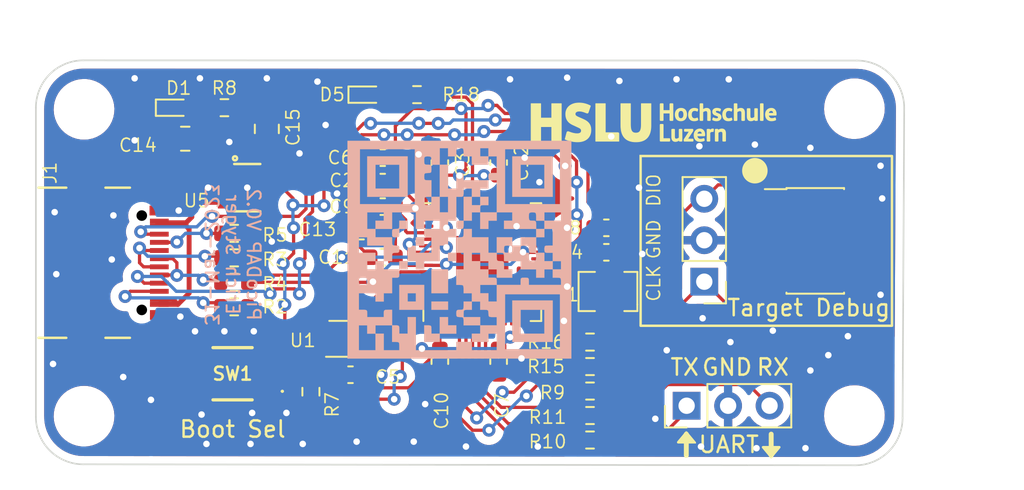
<source format=kicad_pcb>
(kicad_pcb (version 20211014) (generator pcbnew)
  (layers (0 "F.Cu" signal) (31 "B.Cu" signal) (34 "B.Paste" user) (35 "F.Paste" user) (36 "B.SilkS" user "B.Silkscreen") (37 "F.SilkS" user "F.Silkscreen") (38 "B.Mask" user) (39 "F.Mask" user) (44 "Edge.Cuts" user))
  (net 0 "")
  (net 1 "Reset")
  (net 2 "GND")
  (net 3 "+3.3V")
  (net 4 "Net-(C11-Pad1)")
  (net 5 "Net-(D1-Pad2)")
  (net 6 "Net-(D5-Pad2)")
  (net 7 "Net-(J5-Pad1)")
  (net 8 "Net-(J5-Pad3)")
  (net 9 "Net-(J6-Pad1)")
  (net 10 "Net-(J6-Pad3)")
  (net 11 "Net-(J1-PadB5)")
  (net 12 "Net-(J1-PadA7)")
  (net 13 "Net-(R3-Pad2)")
  (net 14 "Net-(J1-PadA6)")
  (net 15 "Net-(R4-Pad2)")
  (net 16 "Net-(J1-PadA5)")
  (net 17 "Net-(R7-Pad1)")
  (net 18 "Net-(R7-Pad2)")
  (net 19 "TGT_TX")
  (net 20 "TGT_RX")
  (net 21 "TGT_SWCLK")
  (net 22 "TGT_SWDIO")
  (net 23 "LED")
  (net 27 "TGT_RESET")
  (net 28 "+5V")
  (net 30 "SWD_DIO")
  (net 31 "SWD_CLK")
  (net 32 "unconnected-(J1-PadS1)")
  (net 33 "Net-(R9-Pad2)")
  (net 34 "Net-(RP2040-Pad51)")
  (net 35 "Net-(RP2040-Pad52)")
  (net 36 "Net-(RP2040-Pad53)")
  (net 37 "Net-(RP2040-Pad54)")
  (net 39 "Net-(RP2040-Pad55)")
  (net 52 "Net-(RP2040-Pad20)")
  (net 53 "Net-(RP2040-Pad21)")
  (footprint "McuOnEclipse:USB_C_Receptacle_GCT_USB4110-GF-A" (layer "F.Cu") (at 90.5125 122.1 -90)
    (fp_text reference "J1")
    (fp_text value "USB_C_Receptacle_GCT_USB4110-GF-A")
  )
  (footprint "Resistor_SMD:R_0603_1608Metric" (layer "F.Cu") (at 98.8 123.3)
    (fp_text reference "R4")
    (fp_text value "27")
  )
  (footprint "Capacitor_SMD:C_0603_1608Metric" (layer "F.Cu") (at 107.900156 118.660476 180)
    (fp_text reference "C9")
    (fp_text value "2u2")
  )
  (footprint "Capacitor_SMD:C_0603_1608Metric" (layer "F.Cu") (at 105.925156 128.960476)
    (fp_text reference "C5")
    (fp_text value "0.1u")
  )
  (footprint "McuOnEclipse:C_0805" (layer "F.Cu") (at 100.8 113.9 90)
    (fp_text reference "C15")
    (fp_text value "22u")
  )
  (footprint "Capacitor_SMD:C_0603_1608Metric" (layer "F.Cu") (at 111.400156 128.160476 -90)
    (fp_text reference "C10")
    (fp_text value "0.1u")
  )
  (footprint "Resistor_SMD:R_0603_1608Metric" (layer "F.Cu") (at 110.000156 111.8 180)
    (fp_text reference "R18")
    (fp_text value "2k2")
  )
  (footprint "Fiducial:Fiducial_1mm_Mask2mm" (layer "F.Cu") (at 138.400156 127.460476)
    (fp_text reference "FID3" hide)
    (fp_text value "Fiducial")
  )
  (footprint "Resistor_SMD:R_0603_1608Metric" (layer "F.Cu") (at 120.600156 128.460476)
    (fp_text reference "R15")
    (fp_text value "100")
  )
  (footprint "McuOnEclipse:LED_0603" (layer "F.Cu") (at 107.100156 111.8)
    (fp_text reference "D5")
    (fp_text value "green")
  )
  (footprint "Connector_PinHeader_2.54mm:PinHeader_1x03_P2.54mm_Vertical" (layer "F.Cu") (at 126.520156 130.860476 90)
    (fp_text reference "J6" hide)
    (fp_text value "Conn_01x03")
  )
  (footprint "McuOnEclipse:Hochschule_Luzern_New" (layer "F.Cu") (at 121.090186 112.335532)
    (fp_text reference "H1" hide)
    (fp_text value "Logo HSLU" hide)
  )
  (footprint "McuOnEclipse:LED_0603" (layer "F.Cu") (at 95.3 112.6)
    (fp_text reference "D1")
    (fp_text value "red")
  )
  (footprint "Capacitor_SMD:C_0603_1608Metric" (layer "F.Cu") (at 121.600156 121.460476)
    (fp_text reference "C4")
    (fp_text value "0.1u")
  )
  (footprint "Resistor_SMD:R_0603_1608Metric" (layer "F.Cu") (at 120.600156 132.960476)
    (fp_text reference "R10")
    (fp_text value "100")
  )
  (footprint "Resistor_SMD:R_0603_1608Metric" (layer "F.Cu") (at 98.8 124.8 180)
    (fp_text reference "R2")
    (fp_text value "5k1")
  )
  (footprint "Connector_PinHeader_2.54mm:PinHeader_1x03_P2.54mm_Vertical" (layer "F.Cu") (at 127.600156 123.260476 180)
    (fp_text reference "J5" hide)
    (fp_text value "Conn_01x03")
  )
  (footprint "Capacitor_SMD:C_0603_1608Metric" (layer "F.Cu") (at 115.000156 115.960476 90)
    (fp_text reference "C12")
    (fp_text value "0.1u")
  )
  (footprint "Capacitor_SMD:C_0603_1608Metric" (layer "F.Cu") (at 107.900156 117.160476 180)
    (fp_text reference "C2")
    (fp_text value "2u2")
  )
  (footprint "Resistor_SMD:R_0603_1608Metric" (layer "F.Cu") (at 103.5 130 -90)
    (fp_text reference "R7")
    (fp_text value "2.2k")
  )
  (footprint "Capacitor_SMD:C_0603_1608Metric" (layer "F.Cu") (at 121.600156 119.960476)
    (fp_text reference "C8")
    (fp_text value "0.1u")
  )
  (footprint "McuOnEclipse:USON_2x3x0.6mm" (layer "F.Cu") (at 105.925156 126.760476 180)
    (fp_text reference "U1")
    (fp_text value "W25Q16JV" hide)
  )
  (footprint "MountingHole:MountingHole_2.7mm_M2.5" (layer "F.Cu") (at 89.6 112.7)
    (fp_text reference "H6" hide)
    (fp_text value "MountingHole")
  )
  (footprint "Resistor_SMD:R_0603_1608Metric" (layer "F.Cu") (at 120.600156 126.960476)
    (fp_text reference "R16")
    (fp_text value "100")
  )
  (footprint "Resistor_SMD:R_0603_1608Metric" (layer "F.Cu") (at 98.8 120.3 180)
    (fp_text reference "R5")
    (fp_text value "5k1")
  )
  (footprint "MountingHole:MountingHole_2.7mm_M2.5" (layer "F.Cu") (at 136.800156 112.660476)
    (fp_text reference "H5" hide)
    (fp_text value "MountingHole")
  )
  (footprint "Resistor_SMD:R_0603_1608Metric" (layer "F.Cu") (at 98.8 121.8)
    (fp_text reference "R3")
    (fp_text value "27")
  )
  (footprint "Capacitor_SMD:C_0603_1608Metric" (layer "F.Cu") (at 111.400156 115.960476 90)
    (fp_text reference "C3")
    (fp_text value "0.1u")
  )
  (footprint "MountingHole:MountingHole_2.7mm_M2.5" (layer "F.Cu") (at 136.800156 131.460476)
    (fp_text reference "H3" hide)
    (fp_text value "MountingHole")
  )
  (footprint "Capacitor_SMD:C_0603_1608Metric" (layer "F.Cu") (at 107.900156 115.660476 180)
    (fp_text reference "C6")
    (fp_text value "0.1u")
  )
  (footprint "Capacitor_SMD:C_0603_1608Metric" (layer "F.Cu") (at 106.600156 120.160476 180)
    (fp_text reference "C13")
    (fp_text value "0.1u")
  )
  (footprint "McuOnEclipse:SWD_Pin_Header_Straight_2x05_Pitch1.27mm_SMD" (layer "F.Cu") (at 134.400156 120.760476)
    (fp_text reference "U3" hide)
    (fp_text value "SWD_JTAG_10pin")
  )
  (footprint "McuOnEclipse:QFN-56-1EP_7x7mm_P0.4mm_EP3.2x3.2mm" (layer "F.Cu") (at 114.000156 122.060476 90)
    (fp_text reference "RP2040" hide)
    (fp_text value "RP2040")
  )
  (footprint "McuOnEclipse:C_0805" (layer "F.Cu") (at 95.8 114.5 180)
    (fp_text reference "C14")
    (fp_text value "22u")
  )
  (footprint "Fiducial:Fiducial_1mm_Mask2mm" (layer "F.Cu") (at 93.7 132.7)
    (fp_text reference "FID2" hide)
    (fp_text value "Fiducial")
  )
  (footprint "Fiducial:Fiducial_1mm_Mask2mm" (layer "F.Cu") (at 132.7 111.5)
    (fp_text reference "FID1" hide)
    (fp_text value "Fiducial")
  )
  (footprint "McuOnEclipse:434123025826_BTN" (layer "F.Cu") (at 98.7 128.9 180)
    (fp_text reference "SW1")
    (fp_text value "434123025826_BTN" hide)
  )
  (footprint "Resistor_SMD:R_0603_1608Metric" (layer "F.Cu") (at 98.2 112.6 180)
    (fp_text reference "R8")
    (fp_text value "2k2")
  )
  (footprint "McuOnEclipse:Resonator_SMD_Murata_CSTxExxV-3Pin_3.0x1.1mm" (layer "F.Cu") (at 121.700156 123.860476)
    (fp_text reference "Y1")
    (fp_text value "CSTNE12M0GH5L000R0")
  )
  (footprint "Capacitor_SMD:C_0603_1608Metric" (layer "F.Cu") (at 107.900156 121.760476 180)
    (fp_text reference "C11")
    (fp_text value "0.1u")
  )
  (footprint "MountingHole:MountingHole_2.7mm_M2.5" (layer "F.Cu") (at 89.6 131.5)
    (fp_text reference "H4" hide)
    (fp_text value "MountingHole")
  )
  (footprint "Resistor_SMD:R_0603_1608Metric" (layer "F.Cu") (at 120.600156 131.460476)
    (fp_text reference "R11")
    (fp_text value "100")
  )
  (footprint "McuOnEclipse:IC-SOT25" (layer "F.Cu") (at 99.6 117.5 -90)
    (fp_text reference "U5")
    (fp_text value "AP2112K-3.3" hide)
  )
  (footprint "Capacitor_SMD:C_0603_1608Metric" (layer "F.Cu") (at 115.000156 128.160476 -90)
    (fp_text reference "C7")
    (fp_text value "0.1u")
  )
  (footprint "Resistor_SMD:R_0603_1608Metric" (layer "F.Cu") (at 120.600156 129.960476)
    (fp_text reference "R9")
    (fp_text value "100")
  )
  (footprint "McuOnEclipse:QR_McuOnEclipse_Silkscreen" (layer "B.Cu") (at 112.6 121.3 180)
    (fp_text reference "H2" hide)
    (fp_text value "QR" hide)
  )
  (gr_rect (start 123.700156 115.560476) (end 139.100156 125.960476) (layer "F.SilkS") (width 0.15) (fill none))
  (gr_poly (pts (xy 131.2 133.4) (xy 132.2 133.4) (xy 131.7 134)) (layer "F.SilkS") (width 0.15) (fill solid))
  (gr_poly (pts (xy 127 133.1) (xy 126 133.1) (xy 126.5 132.5)) (layer "F.SilkS") (width 0.15) (fill solid))
  (gr_line (start 126.5 133.9) (end 126.5 132.6) (layer "F.SilkS") (width 0.3))
  (gr_line (start 131.7 132.6) (end 131.7 133.9) (layer "F.SilkS") (width 0.3))
  (gr_line (start 86.65061 112.6) (end 86.65061 131.549387) (layer "Edge.Cuts") (width 0.1))
  (gr_arc (start 89.55061 134.449387) (mid 87.499997 133.6) (end 86.65061 131.549387) (layer "Edge.Cuts") (width 0.1))
  (gr_line (start 89.55061 134.449387) (end 136.849543 134.509863) (layer "Edge.Cuts") (width 0.1))
  (gr_arc (start 136.949543 109.711089) (mid 139.000156 110.560476) (end 139.849543 112.611089) (layer "Edge.Cuts") (width 0.1))
  (gr_line (start 139.849543 112.611089) (end 139.749543 131.609863) (layer "Edge.Cuts") (width 0.1))
  (gr_arc (start 86.65061 112.6) (mid 87.499997 110.549387) (end 89.55061 109.7) (layer "Edge.Cuts") (width 0.1))
  (gr_line (start 89.55061 109.7) (end 136.949543 109.711089) (layer "Edge.Cuts") (width 0.1))
  (gr_arc (start 139.749543 131.609863) (mid 138.900156 133.660476) (end 136.849543 134.509863) (layer "Edge.Cuts") (width 0.1))
  (gr_text "PicoDAP V0.2\nErich Styger\n31-Mar-2023" (at 98.7 121.6 -90) (layer "B.SilkS") (effects (font (size 0.8 0.8) (thickness 0.12)) (justify mirror)))
  (gr_text "CLK" (at 124.5 123.360476 90) (layer "F.SilkS") (effects (font (size 0.8 0.8) (thickness 0.1))))
  (gr_text "Boot Sel" (at 98.7 132.3) (layer "F.SilkS") (effects (font (size 1 1))))
  (gr_text "TX" (at 126.4 128.5) (layer "F.SilkS") (effects (font (size 1 1))))
  (gr_text "DIO" (at 124.5 117.660476 90) (layer "F.SilkS") (effects (font (size 0.8 0.8) (thickness 0.1))))
  (gr_text "GND" (at 124.5 120.660476 90) (layer "F.SilkS") (effects (font (size 0.8 0.8) (thickness 0.1))))
  (gr_text "GND" (at 129 128.5) (layer "F.SilkS") (effects (font (size 1 1))))
  (gr_text "RX" (at 131.8 128.5) (layer "F.SilkS") (effects (font (size 1 1))))
  (gr_text "UART" (at 129.099844 133.239524) (layer "F.SilkS") (effects (font (size 1 1))))
  (segment (start 118.700156 123.060476) (end 119.200156 123.560476) (width 0.2) (layer "F.Cu") (net 2))
  (segment (start 95.25 125.15) (end 95.5 125.4) (width 0.3) (layer "F.Cu") (net 2))
  (segment (start 117.437656 123.060476) (end 118.700156 123.060476) (width 0.2) (layer "F.Cu") (net 2))
  (segment (start 115.425156 128.935476) (end 116.400156 127.960476) (width 0.2) (layer "F.Cu") (net 2))
  (segment (start 98.4 117.5) (end 97.2 117.5) (width 0.2) (layer "F.Cu") (net 2))
  (segment (start 110.424656 115.185476) (end 110.375156 115.185476) (width 0.2) (layer "F.Cu") (net 2))
  (segment (start 94.2125 125.15) (end 95.25 125.15) (width 0.3) (layer "F.Cu") (net 2))
  (segment (start 105.825156 120.460476) (end 107.125156 121.760476) (width 0.2) (layer "F.Cu") (net 2))
  (segment (start 106.575156 126.010476) (end 106.550156 126.035476) (width 0.25) (layer "F.Cu") (net 2))
  (segment (start 132.410156 120.720476) (end 132.450156 120.760476) (width 0.2) (layer "F.Cu") (net 2))
  (segment (start 94.1875 118.75) (end 95.25 118.75) (width 0.3) (layer "F.Cu") (net 2))
  (segment (start 106.550156 128.810476) (end 106.700156 128.960476) (width 0.25) (layer "F.Cu") (net 2))
  (segment (start 106.550156 126.035476) (end 106.550156 128.810476) (width 0.25) (layer "F.Cu") (net 2))
  (segment (start 95.25 118.75) (end 95.4 118.9) (width 0.3) (layer "F.Cu") (net 2))
  (segment (start 95.25 119.05) (end 95.4 118.9) (width 0.3) (layer "F.Cu") (net 2))
  (segment (start 95.45 125.45) (end 95.5 125.4) (width 0.3) (layer "F.Cu") (net 2))
  (segment (start 94.1875 119.05) (end 95.25 119.05) (width 0.3) (layer "F.Cu") (net 2))
  (segment (start 107.325156 126.010476) (end 106.575156 126.010476) (width 0.25) (layer "F.Cu") (net 2))
  (segment (start 111.400156 115.185476) (end 110.424656 115.185476) (width 0.2) (layer "F.Cu") (net 2))
  (segment (start 105.825156 120.160476) (end 105.825156 120.460476) (width 0.2) (layer "F.Cu") (net 2))
  (segment (start 98.4 117.5) (end 99.6 117.5) (width 0.2) (layer "F.Cu") (net 2))
  (segment (start 115.000156 128.935476) (end 115.425156 128.935476) (width 0.2) (layer "F.Cu") (net 2))
  (segment (start 94.2125 125.45) (end 95.45 125.45) (width 0.3) (layer "F.Cu") (net 2))
  (segment (start 127.600156 120.720476) (end 132.410156 120.720476) (width 0.2) (layer "F.Cu") (net 2))
  (segment (start 106.700156 128.960476) (end 107.800156 128.960476) (width 0.25) (layer "F.Cu") (net 2))
  (segment (start 110.375156 115.185476) (end 110.100156 115.460476) (width 0.2) (layer "F.Cu") (net 2))
  (via (at 96.8 131.4) (size 0.8) (drill 0.4) (layers "F.Cu" "B.Cu") (net 2))
  (via (at 99.6 117.5) (size 0.8) (drill 0.4) (layers "F.Cu" "B.Cu") (net 2))
  (via (at 96.7 110.8) (size 0.8) (drill 0.4) (layers "F.Cu" "B.Cu") (net 2))
  (via (at 119.200156 123.560476) (size 0.8) (drill 0.4) (layers "F.Cu" "B.Cu") (net 2))
  (via (at 100 126.3) (size 0.8) (drill 0.4) (layers "F.Cu" "B.Cu") (net 2))
  (via (at 122.400156 110.960476) (size 0.8) (drill 0.4) (layers "F.Cu" "B.Cu") (net 2))
  (via (at 127.400156 133.360476) (size 0.8) (drill 0.4) (layers "F.Cu" "B.Cu") (net 2))
  (via (at 93.7 130.5) (size 0.8) (drill 0.4) (layers "F.Cu" "B.Cu") (net 2))
  (via (at 95.5 125.4) (size 0.8) (drill 0.4) (layers "F.Cu" "B.Cu") (net 2))
  (via (at 134.100156 115.060476) (size 0.8) (drill 0.4) (layers "F.Cu" "B.Cu") (net 2))
  (via (at 113.000156 133.360476) (size 0.8) (drill 0.4) (layers "F.Cu" "B.Cu") (net 2))
  (via (at 101.1 120.8) (size 0.8) (drill 0.4) (layers "F.Cu" "B.Cu") (net 2))
  (via (at 91.3 121.9) (size 0.8) (drill 0.4) (layers "F.Cu" "B.Cu") (net 2))
  (via (at 130.700156 114.860476) (size 0.8) (drill 0.4) (layers "F.Cu" "B.Cu") (net 2))
  (via (at 110.500156 130.760476) (size 0.8) (drill 0.4) (layers "F.Cu" "B.Cu") (net 2))
  (via (at 105.100156 117.860476) (size 0.8) (drill 0.4) (layers "F.Cu" "B.Cu") (net 2))
  (via (at 87.9 122.8) (size 0.8) (drill 0.4) (layers "F.Cu" "B.Cu") (net 2))
  (via (at 124.600156 131.660476) (size 0.8) (drill 0.4) (layers "F.Cu" "B.Cu") (net 2))
  (via (at 87.8 119) (size 0.8) (drill 0.4) (layers "F.Cu" "B.Cu") (net 2))
  (via (at 134.1 128.7) (size 0.8) (drill 0.4) (layers "F.Cu" "B.Cu") (net 2))
  (via (at 98.5 114.7) (size 0.8) (drill 0.4) (layers "F.Cu" "B.Cu") (net 2))
  (via (at 87.7 128.3) (size 0.8) (drill 0.4) (layers "F.Cu" "B.Cu") (net 2))
  (via (at 110.100156 115.460476) (size 0.8) (drill 0.4) (layers "F.Cu" "B.Cu") (net 2))
  (via (at 92.7 110.8) (size 0.8) (drill 0.4) (layers "F.Cu" "B.Cu") (net 2))
  (via (at 116.400156 127.960476) (size 0.8) (drill 0.4) (layers "F.Cu" "B.Cu") (net 2))
  (via (at 129.100156 110.860476) (size 0.8) (drill 0.4) (layers "F.Cu" "B.Cu") (net 2))
  (via (at 102 131.3) (size 0.8) (drill 0.4) (layers "F.Cu" "B.Cu") (net 2))
  (via (at 119.200156 110.760476) (size 0.8) (drill 0.4) (layers "F.Cu" "B.Cu") (net 2))
  (via (at 107.800156 128.960476) (size 0.8) (drill 0.4) (layers "F.Cu" "B.Cu") (net 2))
  (via (at 129.200156 126.960476) (size 0.8) (drill 0.4) (layers "F.Cu" "B.Cu") (net 2))
  (via (at 125.300156 127.460476) (size 0.8) (drill 0.4) (layers "F.Cu" "B.Cu") (net 2))
  (via (at 138.400156 124.060476) (size 0.8) (drill 0.4) (layers "F.Cu" "B.Cu") (net 2))
  (via (at 133.800156 133.460476) (size 0.8) (drill 0.4) (layers "F.Cu" "B.Cu") (net 2))
  (via (at 91.4 119.2) (size 0.8) (drill 0.4) (layers "F.Cu" "B.Cu") (net 2))
  (via (at 100.8 110.8) (size 0.8) (drill 0.4) (layers "F.Cu" "B.Cu") (net 2))
  (via (at 103 133.2) (size 0.8) (drill 0.4) (layers "F.Cu" "B.Cu") (net 2))
  (via (at 127.5 125.5) (size 0.8) (drill 0.4) (layers "F.Cu" "B.Cu") (net 2))
  (via (at 99.8 133.2) (size 0.8) (drill 0.4) (layers "F.Cu" "B.Cu") (net 2))
  (via (at 109.800156 133.060476) (size 0.8) (drill 0.4) (layers "F.Cu" "B.Cu") (net 2))
  (via (at 106.300156 133.060476) (size 0.8) (drill 0.4) (layers "F.Cu" "B.Cu") (net 2))
  (via (at 123.6 117.5) (size 0.8) (drill 0.4) (layers "F.Cu" "B.Cu") (net 2))
  (via (at 131.800156 126.260476) (size 0.8) (drill 0.4) (layers "F.Cu" "B.Cu") (net 2))
  (via (at 119.000156 125.660476) (size 0.8) (drill 0.4) (layers "F.Cu" "B.Cu") (net 2))
  (via (at 123.800156 121.560476) (size 0.8) (drill 0.4) (layers "F.Cu" "B.Cu") (net 2))
  (via (at 99.9 131.3) (size 0.8) (drill 0.4) (layers "F.Cu" "B.Cu") (net 2))
  (via (at 117.400156 133.360476) (size 0.8) (drill 0.4) (layers "F.Cu" "B.Cu") (net 2))
  (via (at 102.8 115.4) (size 0.8) (drill 0.4) (layers "F.Cu" "B.Cu") (net 2))
  (via (at 98.2 126.3) (size 0.8) (drill 0.4) (layers "F.Cu" "B.Cu") (net 2))
  (via (at 138.400156 116.160476) (size 0.8) (drill 0.4) (layers "F.Cu" "B.Cu") (net 2))
  (via (at 117.500156 117.160476) (size 0.8) (drill 0.4) (layers "F.Cu" "B.Cu") (net 2))
  (via (at 127.300156 114.960476) (size 0.8) (drill 0.4) (layers "F.Cu" "B.Cu") (net 2))
  (via (at 116.600156 115.660476) (size 0.8) (drill 0.4) (layers "F.Cu" "B.Cu") (net 2))
  (via (at 97.2 117.5) (size 0.8) (drill 0.4) (layers "F.Cu" "B.Cu") (net 2))
  (via (at 125.900156 110.860476) (size 0.8) (drill 0.4) (layers "F.Cu" "B.Cu") (net 2))
  (via (at 116.100156 119.860476) (size 0.8) (drill 0.4) (layers "F.Cu" "B.Cu") (net 2))
  (via (at 97.1 133.2) (size 0.8) (drill 0.4) (layers "F.Cu" "B.Cu") (net 2))
  (via (at 104.400156 113.660476) (size 0.8) (drill 0.4) (layers "F.Cu" "B.Cu") (net 2))
  (via (at 92.7 114.6) (size 0.8) (drill 0.4) (layers "F.Cu" "B.Cu") (net 2))
  (via (at 121.900156 114.360476) (size 0.8) (drill 0.4) (layers "F.Cu" "B.Cu") (net 2))
  (via (at 115.700156 110.860476) (size 0.8) (drill 0.4) (layers "F.Cu" "B.Cu") (net 2))
  (via (at 138.500156 118.160476) (size 0.8) (drill 0.4) (layers "F.Cu" "B.Cu") (net 2))
  (via (at 96.4 126.3) (size 0.8) (drill 0.4) (layers "F.Cu" "B.Cu") (net 2))
  (via (at 95.4 118.9) (size 0.8) (drill 0.4) (layers "F.Cu" "B.Cu") (net 2))
  (via (at 136.4 126.6) (size 0.8) (drill 0.4) (layers "F.Cu" "B.Cu") (net 2))
  (via (at 135.200156 127.760476) (size 0.8) (drill 0.4) (layers "F.Cu" "B.Cu") (net 2))
  (via (at 92 129.1) (size 0.8) (drill 0.4) (layers "F.Cu" "B.Cu") (net 2))
  (via (at 103.9 111) (size 0.8) (drill 0.4) (layers "F.Cu" "B.Cu") (net 2))
  (via (at 130.800156 133.460476) (size 0.8) (drill 0.4) (layers "F.Cu" "B.Cu") (net 2))
  (segment (start 108.675156 115.660476) (end 108.675156 113.724844) (width 0.2) (layer "F.Cu") (net 3))
  (segment (start 114.352466 112.459984) (end 114.902617 112.459984) (width 0.2) (layer "F.Cu") (net 3))
  (segment (start 117.416612 112.951558) (end 120.475656 116.010601) (width 0.2) (layer "F.Cu") (net 3))
  (segment (start 110.100156 128.685476) (end 111.400156 127.385476) (width 0.2) (layer "F.Cu") (net 3))
  (segment (start 113.000156 116.360476) (end 112.600156 116.760476) (width 0.2) (layer "F.Cu") (net 3))
  (segment (start 109.900156 118.385476) (end 108.675156 117.160476) (width 0.2) (layer "F.Cu") (net 3))
  (segment (start 102.439136 119.956997) (end 102.439136 121.521869) (width 0.2) (layer "F.Cu") (net 3))
  (segment (start 101.900156 125.860476) (end 101.900156 124.659476) (width 0.2) (layer "F.Cu") (net 3))
  (segment (start 121.625156 120.660476) (end 120.825156 121.460476) (width 0.2) (layer "F.Cu") (net 3))
  (segment (start 113.000156 112.951558) (end 112.700656 112.652058) (width 0.2) (layer "F.Cu") (net 3))
  (segment (start 115.000156 125.497976) (end 115.000156 127.385476) (width 0.2) (layer "F.Cu") (net 3))
  (segment (start 121.625156 119.525156) (end 121.625156 120.660476) (width 0.2) (layer "F.Cu") (net 3))
  (segment (start 108.675156 115.660476) (end 108.342618 115.660476) (width 0.2) (layer "F.Cu") (net 3))
  (segment (start 109.900156 118.760476) (end 109.900156 118.385476) (width 0.2) (layer "F.Cu") (net 3))
  (segment (start 115.700156 126.685476) (end 115.000156 127.385476) (width 0.2) (layer "F.Cu") (net 3))
  (segment (start 107.900156 117.935476) (end 107.900156 119.635476) (width 0.2) (layer "F.Cu") (net 3))
  (segment (start 104.2995 117.26867) (end 104.2995 118.6) (width 0.2) (layer "F.Cu") (net 3))
  (segment (start 113.000156 113.970526) (end 113.000156 116.360476) (width 0.2) (layer "F.Cu") (net 3))
  (segment (start 108.675156 115.660476) (end 108.675156 117.160476) (width 0.2) (layer "F.Cu") (net 3))
  (segment (start 109.500156 120.99288) (end 109.527191 120.965845) (width 0.2) (layer "F.Cu") (net 3))
  (segment (start 104.525156 127.510476) (end 104.525156 128.335476) (width 0.2) (layer "F.Cu") (net 3))
  (segment (start 111.400156 116.735476) (end 112.575156 116.735476) (width 0.2) (layer "F.Cu") (net 3))
  (segment (start 110.562656 119.460476) (end 110.562656 117.122976) (width 0.2) (layer "F.Cu") (net 3))
  (segment (start 114.902617 112.459984) (end 115.394191 112.951558) (width 0.2) (layer "F.Cu") (net 3))
  (segment (start 103.550156 127.510476) (end 101.900156 125.860476) (width 0.2) (layer "F.Cu") (net 3))
  (segment (start 114.975156 116.760476) (end 115.000156 116.735476) (width 0.2) (layer "F.Cu") (net 3))
  (segment (start 109.900156 118.760476) (end 109.900156 119.460476) (width 0.2) (layer "F.Cu") (net 3))
  (segment (start 109.600156 121.460476) (end 109.500156 121.360476) (width 0.2) (layer "F.Cu") (net 3))
  (segment (start 106.682694 114.885476) (end 104.2995 117.26867) (width 0.2) (layer "F.Cu") (net 3))
  (segment (start 109.747942 112.652058) (end 112.700656 112.652058) (width 0.2) (layer "F.Cu") (net 3))
  (segment (start 120.425156 121.860476) (end 120.825156 121.460476) (width 0.2) (layer "F.Cu") (net 3))
  (segment (start 107.900156 119.635476) (end 107.375156 120.160476) (width 0.2) (layer "F.Cu") (net 3))
  (segment (start 110.562656 119.860476) (end 109.900156 119.860476) (width 0.2) (layer "F.Cu") (net 3))
  (segment (start 110.100156 129.160476) (end 110.100156 128.685476) (width 0.2) (layer "F.Cu") (net 3))
  (segment (start 109.500156 121.360476) (end 109.500156 120.99288) (width 0.2) (layer "F.Cu") (net 3))
  (segment (start 102.4 118.15) (end 102.4 118.557997) (width 0.2) (layer "F.Cu") (net 3))
  (segment (start 117.437656 121.860476) (end 120.425156 121.860476) (width 0.2) (layer "F.Cu") (net 3))
  (segment (start 108.675156 117.160476) (end 107.900156 117.935476) (width 0.2) (layer "F.Cu") (net 3))
  (segment (start 105.600156 129.760476) (end 109.500156 129.760476) (width 0.2) (layer "F.Cu") (net 3))
  (segment (start 109.500156 129.760476) (end 110.100156 129.160476) (width 0.2) (layer "F.Cu") (net 3))
  (segment (start 104.525156 127.510476) (end 103.550156 127.510476) (width 0.2) (layer "F.Cu") (net 3))
  (segment (start 99.025 113.125) (end 99.025 112.6) (width 0.2) (layer "F.Cu") (net 3))
  (segment (start 108.675156 113.724844) (end 109.747942 112.652058) (width 0.2) (layer "F.Cu") (net 3))
  (segment (start 105.150156 129.310476) (end 105.600156 129.760476) (width 0.2) (layer "F.Cu") (net 3))
  (segment (start 110.325156 127.385476) (end 110.300156 127.360476) (width 0.2) (layer "F.Cu") (net 3))
  (segment (start 104.525156 128.335476) (end 105.150156 128.960476) (width 0.2) (layer "F.Cu") (net 3))
  (segment (start 100.8 114.9) (end 100.8 116.55) (width 0.2) (layer "F.Cu") (net 3))
  (segment (start 120.475656 116.010601) (end 120.475656 118.375656) (width 0.2) (layer "F.Cu") (net 3))
  (segment (start 100.8 114.9) (end 99.025 113.125) (width 0.2) (layer "F.Cu") (net 3))
  (segment (start 109.900156 119.860476) (end 109.700156 119.660476) (width 0.2) (layer "F.Cu") (net 3))
  (segment (start 111.400156 127.385476) (end 110.325156 127.385476) (width 0.2) (layer "F.Cu") (net 3))
  (segment (start 109.500156 121.860476) (end 109.500156 121.360476) (width 0.2) (layer "F.Cu") (net 3))
  (segment (start 110.562656 117.122976) (end 109.100156 115.660476) (width 0.2) (layer "F.Cu") (net 3))
  (segment (start 102.439136 121.521869) (end 101.800654 122.160351) (width 0.2) (layer "F.Cu") (net 3))
  (segment (start 111.400156 125.497976) (end 111.400156 127.385476) (width 0.2) (layer "F.Cu") (net 3))
  (segment (start 120.475656 118.375656) (end 121.625156 119.525156) (width 0.2) (layer "F.Cu") (net 3))
  (segment (start 115.000156 116.735476) (end 115.000156 118.622976) (width 0.2) (layer "F.Cu") (net 3))
  (segment (start 115.394191 112.951558) (end 117.416612 112.951558) (width 0.2) (layer "F.Cu") (net 3))
  (segment (start 107.567618 114.885476) (end 106.682694 114.885476) (width 0.2) (layer "F.Cu") (net 3))
  (segment (start 108.342618 115.660476) (end 107.567618 114.885476) (width 0.2) (layer "F.Cu") (net 3))
  (segment (start 105.150156 128.960476) (end 105.150156 129.310476) (width 0.2) (layer "F.Cu") (net 3))
  (segment (start 110.562656 121.460476) (end 109.600156 121.460476) (width 0.2) (layer "F.Cu") (net 3))
  (segment (start 112.575156 116.735476) (end 112.600156 116.760476) (width 0.2) (layer "F.Cu") (net 3))
  (segment (start 115.700156 126.660476) (end 115.700156 126.685476) (width 0.2) (layer "F.Cu") (net 3))
  (segment (start 114.099656 116.760476) (end 114.975156 116.760476) (width 0.2) (layer "F.Cu") (net 3))
  (segment (start 111.400156 116.735476) (end 111.400156 118.622976) (width 0.2) (layer "F.Cu") (net 3))
  (segment (start 109.900156 119.460476) (end 110.562656 119.460476) (width 0.2) (layer "F.Cu") (net 3))
  (segment (start 109.700156 119.660476) (end 109.900156 119.460476) (width 0.2) (layer "F.Cu") (net 3))
  (segment (start 109.100156 115.660476) (end 108.675156 115.660476) (width 0.2) (layer "F.Cu") (net 3))
  (segment (start 110.562656 121.860476) (end 109.500156 121.860476) (width 0.2) (layer "F.Cu") (net 3))
  (segment (start 113.000156 113.970526) (end 113.000156 112.951558) (width 0.2) (layer "F.Cu") (net 3))
  (segment (start 100.8 116.55) (end 102.4 118.15) (width 0.2) (layer "F.Cu") (net 3))
  (via (at 102.439136 119.956997) (size 0.8) (drill 0.4) (layers "F.Cu" "B.Cu") (net 3))
  (via (at 110.300156 127.360476) (size 0.8) (drill 0.4) (layers "F.Cu" "B.Cu") (net 3))
  (via (at 101.800654 122.160351) (size 0.8) (drill 0.4) (layers "F.Cu" "B.Cu") (net 3))
  (via (at 112.700656 112.652058) (size 0.8) (drill 0.4) (layers "F.Cu" "B.Cu") (net 3))
  (via (at 102.4 118.557997) (size 0.8) (drill 0.4) (layers "F.Cu" "B.Cu") (net 3))
  (via (at 109.527191 120.965845) (size 0.8) (drill 0.4) (layers "F.Cu" "B.Cu") (net 3))
  (via (at 115.700156 126.660476) (size 0.8) (drill 0.4) (layers "F.Cu" "B.Cu") (net 3))
  (via (at 101.900156 124.659476) (size 0.8) (drill 0.4) (layers "F.Cu" "B.Cu") (net 3))
  (via (at 114.352466 112.459984) (size 0.8) (drill 0.4) (layers "F.Cu" "B.Cu") (net 3))
  (via (at 104.2995 118.6) (size 0.8) (drill 0.4) (layers "F.Cu" "B.Cu") (net 3))
  (via (at 109.900156 118.760476) (size 0.8) (drill 0.4) (layers "F.Cu" "B.Cu") (net 3))
  (via (at 112.600156 116.760476) (size 0.8) (drill 0.4) (layers "F.Cu" "B.Cu") (net 3))
  (via (at 114.099656 116.760476) (size 0.8) (drill 0.4) (layers "F.Cu" "B.Cu") (net 3))
  (segment (start 101.900156 122.259853) (end 101.800654 122.160351) (width 0.2) (layer "B.Cu") (net 3))
  (segment (start 102.4 118.557997) (end 102.4 119.917861) (width 0.2) (layer "B.Cu") (net 3))
  (segment (start 115.700156 126.660476) (end 115.000156 127.360476) (width 0.2) (layer "B.Cu") (net 3))
  (segment (start 104.2995 118.6) (end 102.442003 118.6) (width 0.2) (layer "B.Cu") (net 3))
  (segment (start 102.4 119.917861) (end 102.439136 119.956997) (width 0.2) (layer "B.Cu") (net 3))
  (segment (start 114.160392 112.652058) (end 114.352466 112.459984) (width 0.2) (layer "B.Cu") (net 3))
  (segment (start 102.442003 118.6) (end 102.4 118.557997) (width 0.2) (layer "B.Cu") (net 3))
  (segment (start 112.700656 112.652058) (end 114.160392 112.652058) (width 0.2) (layer "B.Cu") (net 3))
  (segment (start 109.527191 120.965845) (end 109.900156 120.59288) (width 0.2) (layer "B.Cu") (net 3))
  (segment (start 109.900156 120.59288) (end 109.900156 118.760476) (width 0.2) (layer "B.Cu") (net 3))
  (segment (start 112.600156 116.760476) (end 114.099656 116.760476) (width 0.2) (layer "B.Cu") (net 3))
  (segment (start 101.900156 124.659476) (end 101.900156 122.259853) (width 0.2) (layer "B.Cu") (net 3))
  (segment (start 115.000156 127.360476) (end 110.300156 127.360476) (width 0.2) (layer "B.Cu") (net 3))
  (segment (start 108.675156 119.885476) (end 108.675156 120.235476) (width 0.2) (layer "F.Cu") (net 4))
  (segment (start 109.300156 120.160476) (end 109.400156 120.260476) (width 0.2) (layer "F.Cu") (net 4))
  (segment (start 120.825156 120.243014) (end 120.825156 119.960476) (width 0.2) (layer "F.Cu") (net 4))
  (segment (start 119.607694 121.460476) (end 120.825156 120.243014) (width 0.2) (layer "F.Cu") (net 4))
  (segment (start 110.562656 122.260476) (end 111.740178 122.260476) (width 0.2) (layer "F.Cu") (net 4))
  (segment (start 108.675156 118.660476) (end 108.675156 118.835476) (width 0.2) (layer "F.Cu") (net 4))
  (segment (start 111.740178 122.260476) (end 111.800654 122.2) (width 0.2) (layer "F.Cu") (net 4))
  (segment (start 109.400156 120.260476) (end 110.562656 120.260476) (width 0.2) (layer "F.Cu") (net 4))
  (segment (start 109.175156 122.260476) (end 108.675156 121.760476) (width 0.2) (layer "F.Cu") (net 4))
  (segment (start 116.495716 121.448776) (end 116.507416 121.460476) (width 0.2) (layer "F.Cu") (net 4))
  (segment (start 108.675156 118.835476) (end 109.300156 119.460476) (width 0.2) (layer "F.Cu") (net 4))
  (segment (start 110.562656 122.260476) (end 109.175156 122.260476) (width 0.2) (layer "F.Cu") (net 4))
  (segment (start 116.507416 121.460476) (end 117.437656 121.460476) (width 0.2) (layer "F.Cu") (net 4))
  (segment (start 108.675156 120.235476) (end 108.675156 121.760476) (width 0.2) (layer "F.Cu") (net 4))
  (segment (start 117.437656 121.460476) (end 119.607694 121.460476) (width 0.2) (layer "F.Cu") (net 4))
  (segment (start 108.675156 118.660476) (end 108.675156 119.885476) (width 0.2) (layer "F.Cu") (net 4))
  (segment (start 108.675156 118.905451) (end 108.675156 118.660476) (width 0.2) (layer "F.Cu") (net 4))
  (segment (start 109.300156 119.460476) (end 109.300156 120.160476) (width 0.2) (layer "F.Cu") (net 4))
  (via (at 111.800654 122.2) (size 0.8) (drill 0.4) (layers "F.Cu" "B.Cu") (net 4))
  (via (at 116.495716 121.448776) (size 0.8) (drill 0.4) (layers "F.Cu" "B.Cu") (net 4))
  (segment (start 115.744492 122.2) (end 116.495716 121.448776) (width 0.2) (layer "B.Cu") (net 4))
  (segment (start 111.800654 122.2) (end 115.744492 122.2) (width 0.2) (layer "B.Cu") (net 4))
  (segment (start 96.05 112.6) (end 97.375 112.6) (width 0.2) (layer "F.Cu") (net 5))
  (segment (start 107.850156 111.8) (end 109.175156 111.8) (width 0.2) (layer "F.Cu") (net 6))
  (segment (start 134.770156 119.490476) (end 136.350156 119.490476) (width 0.2) (layer "F.Cu") (net 7))
  (segment (start 133.400156 124.960476) (end 134.400156 123.960476) (width 0.2) (layer "F.Cu") (net 7))
  (segment (start 129.300156 124.960476) (end 133.400156 124.960476) (width 0.2) (layer "F.Cu") (net 7))
  (segment (start 121.425156 128.460476) (end 122.400156 128.460476) (width 0.2) (layer "F.Cu") (net 7))
  (segment (start 127.600156 123.260476) (end 129.300156 124.960476) (width 0.2) (layer "F.Cu") (net 7))
  (segment (start 134.400156 119.860476) (end 134.770156 119.490476) (width 0.2) (layer "F.Cu") (net 7))
  (segment (start 122.400156 128.460476) (end 127.600156 123.260476) (width 0.2) (layer "F.Cu") (net 7))
  (segment (start 134.400156 123.960476) (end 134.400156 119.860476) (width 0.2) (layer "F.Cu") (net 7))
  (segment (start 135.460156 117.330476) (end 136.350156 118.220476) (width 0.2) (layer "F.Cu") (net 8))
  (segment (start 127.180156 118.180476) (end 127.600156 118.180476) (width 0.2) (layer "F.Cu") (net 8))
  (segment (start 121.425156 126.960476) (end 122.000156 126.960476) (width 0.2) (layer "F.Cu") (net 8))
  (segment (start 125.000156 120.360476) (end 127.180156 118.180476) (width 0.2) (layer "F.Cu") (net 8))
  (segment (start 128.450156 117.330476) (end 135.460156 117.330476) (width 0.2) (layer "F.Cu") (net 8))
  (segment (start 122.000156 126.960476) (end 125.000156 123.960476) (width 0.2) (layer "F.Cu") (net 8))
  (segment (start 127.600156 118.180476) (end 128.450156 117.330476) (width 0.2) (layer "F.Cu") (net 8))
  (segment (start 125.000156 123.960476) (end 125.000156 120.360476) (width 0.2) (layer "F.Cu") (net 8))
  (segment (start 121.425156 132.960476) (end 124.745156 132.960476) (width 0.2) (layer "F.Cu") (net 9))
  (segment (start 126.520156 131.185476) (end 126.520156 130.860476) (width 0.2) (layer "F.Cu") (net 9))
  (segment (start 124.745156 132.960476) (end 126.520156 131.185476) (width 0.2) (layer "F.Cu") (net 9))
  (segment (start 130.300156 129.560476) (end 131.600156 130.860476) (width 0.2) (layer "F.Cu") (net 10))
  (segment (start 125.345156 129.560476) (end 130.300156 129.560476) (width 0.2) (layer "F.Cu") (net 10))
  (segment (start 123.445156 131.460476) (end 125.345156 129.560476) (width 0.2) (layer "F.Cu") (net 10))
  (segment (start 121.425156 131.460476) (end 123.445156 131.460476) (width 0.2) (layer "F.Cu") (net 10))
  (segment (start 97.725 124.55) (end 97.975 124.8) (width 0.2) (layer "F.Cu") (net 11))
  (segment (start 96.9 124.55) (end 97.725 124.55) (width 0.2) (layer "F.Cu") (net 11))
  (segment (start 94.2125 123.85) (end 92.433149 123.85) (width 0.2) (layer "F.Cu") (net 11))
  (segment (start 92.433149 123.85) (end 92.11733 124.165819) (width 0.2) (layer "F.Cu") (net 11))
  (via (at 96.9 124.55) (size 0.8) (drill 0.4) (layers "F.Cu" "B.Cu") (net 11))
  (via (at 92.11733 124.165819) (size 0.8) (drill 0.4) (layers "F.Cu" "B.Cu") (net 11))
  (segment (start 96.6005 124.2505) (end 96.9 124.55) (width 0.2) (layer "B.Cu") (net 11))
  (segment (start 92.11733 124.165819) (end 92.202011 124.2505) (width 0.2) (layer "B.Cu") (net 11))
  (segment (start 92.202011 124.2505) (end 96.6005 124.2505) (width 0.2) (layer "B.Cu") (net 11))
  (segment (start 97 121.7) (end 97.875 121.7) (width 0.2) (layer "F.Cu") (net 12))
  (segment (start 93.15 121.35) (end 93 121.2) (width 0.2) (layer "F.Cu") (net 12))
  (segment (start 97.875 121.7) (end 97.975 121.8) (width 0.2) (layer "F.Cu") (net 12))
  (segment (start 94.2125 121.35) (end 93.15 121.35) (width 0.2) (layer "F.Cu") (net 12))
  (segment (start 94.2125 122.35) (end 93.25 122.35) (width 0.2) (layer "F.Cu") (net 12))
  (segment (start 93.25 122.35) (end 93 122.1) (width 0.2) (layer "F.Cu") (net 12))
  (segment (start 93 122.1) (end 93 121.2) (width 0.2) (layer "F.Cu") (net 12))
  (via (at 97 121.7) (size 0.8) (drill 0.4) (layers "F.Cu" "B.Cu") (net 12))
  (via (at 93 121.2) (size 0.8) (drill 0.4) (layers "F.Cu" "B.Cu") (net 12))
  (segment (start 93 121.2) (end 93.5 121.7) (width 0.2) (layer "B.Cu") (net 12))
  (segment (start 93.5 121.7) (end 97 121.7) (width 0.2) (layer "B.Cu") (net 12))
  (segment (start 111.100156 120.660476) (end 110.562656 120.660476) (width 0.2) (layer "F.Cu") (net 13))
  (segment (start 99.625 121.8) (end 100.685976 122.860976) (width 0.2) (layer "F.Cu") (net 13))
  (segment (start 111.800156 119.960476) (end 111.100156 120.660476) (width 0.2) (layer "F.Cu") (net 13))
  (segment (start 104.299656 122.860976) (end 105.400156 121.760476) (width 0.2) (layer "F.Cu") (net 13))
  (segment (start 100.685976 122.860976) (end 104.299656 122.860976) (width 0.2) (layer "F.Cu") (net 13))
  (via (at 111.800156 119.960476) (size 0.8) (drill 0.4) (layers "F.Cu" "B.Cu") (net 13))
  (via (at 105.400156 121.760476) (size 0.8) (drill 0.4) (layers "F.Cu" "B.Cu") (net 13))
  (segment (start 105.400156 121.760476) (end 110.000156 121.760476) (width 0.2) (layer "B.Cu") (net 13))
  (segment (start 110.000156 121.760476) (end 111.800156 119.960476) (width 0.2) (layer "B.Cu") (net 13))
  (segment (start 95.288172 122.100672) (end 95.288172 122.870258) (width 0.2) (layer "F.Cu") (net 14))
  (segment (start 96.9 123.1505) (end 97.8255 123.1505) (width 0.2) (layer "F.Cu") (net 14))
  (segment (start 94.2125 121.85) (end 95.0375 121.85) (width 0.2) (layer "F.Cu") (net 14))
  (segment (start 94.2125 122.85) (end 95.267914 122.85) (width 0.2) (layer "F.Cu") (net 14))
  (segment (start 95.267914 122.85) (end 95.288172 122.870258) (width 0.2) (layer "F.Cu") (net 14))
  (segment (start 95.0375 121.85) (end 95.288172 122.100672) (width 0.2) (layer "F.Cu") (net 14))
  (segment (start 97.8255 123.1505) (end 97.975 123.3) (width 0.2) (layer "F.Cu") (net 14))
  (via (at 95.288172 122.870258) (size 0.8) (drill 0.4) (layers "F.Cu" "B.Cu") (net 14))
  (via (at 96.9 123.1505) (size 0.8) (drill 0.4) (layers "F.Cu" "B.Cu") (net 14))
  (segment (start 95.288172 122.870258) (end 96.619758 122.870258) (width 0.2) (layer "B.Cu") (net 14))
  (segment (start 96.619758 122.870258) (end 96.9 123.1505) (width 0.2) (layer "B.Cu") (net 14))
  (segment (start 111.800156 121.160476) (end 111.700156 121.060476) (width 0.2) (layer "F.Cu") (net 15))
  (segment (start 99.625 123.3) (end 107.260632 123.3) (width 0.2) (layer "F.Cu") (net 15))
  (segment (start 107.260632 123.3) (end 107.300156 123.260476) (width 0.2) (layer "F.Cu") (net 15))
  (segment (start 111.700156 121.060476) (end 110.562656 121.060476) (width 0.2) (layer "F.Cu") (net 15))
  (via (at 107.300156 123.260476) (size 0.8) (drill 0.4) (layers "F.Cu" "B.Cu") (net 15))
  (via (at 111.800156 121.160476) (size 0.8) (drill 0.4) (layers "F.Cu" "B.Cu") (net 15))
  (segment (start 107.300156 123.260476) (end 108.400156 122.160476) (width 0.2) (layer "B.Cu") (net 15))
  (segment (start 108.400156 122.160476) (end 110.165842 122.160476) (width 0.2) (layer "B.Cu") (net 15))
  (segment (start 110.165842 122.160476) (end 111.165842 121.160476) (width 0.2) (layer "B.Cu") (net 15))
  (segment (start 111.165842 121.160476) (end 111.800156 121.160476) (width 0.2) (layer "B.Cu") (net 15))
  (segment (start 97.1 120.3) (end 97.975 120.3) (width 0.2) (layer "F.Cu") (net 16))
  (segment (start 95.267914 120.85) (end 95.288172 120.829742) (width 0.2) (layer "F.Cu") (net 16))
  (segment (start 94.2125 120.85) (end 95.267914 120.85) (width 0.2) (layer "F.Cu") (net 16))
  (via (at 97.1 120.3) (size 0.8) (drill 0.4) (layers "F.Cu" "B.Cu") (net 16))
  (via (at 95.288172 120.829742) (size 0.8) (drill 0.4) (layers "F.Cu" "B.Cu") (net 16))
  (segment (start 95.288172 120.829742) (end 95.817914 120.3) (width 0.2) (layer "B.Cu") (net 16))
  (segment (start 95.817914 120.3) (end 97.1 120.3) (width 0.2) (layer "B.Cu") (net 16))
  (segment (start 108.600156 130.459976) (end 104.784976 130.459976) (width 0.2) (layer "F.Cu") (net 17))
  (segment (start 109.1 128.028949) (end 108.581527 127.510476) (width 0.2) (layer "F.Cu") (net 17))
  (segment (start 110.562656 124.660476) (end 109.831528 124.660476) (width 0.2) (layer "F.Cu") (net 17))
  (segment (start 109.831528 124.660476) (end 109.500156 124.991848) (width 0.2) (layer "F.Cu") (net 17))
  (segment (start 109.1 128.932824) (end 109.1 128.028949) (width 0.2) (layer "F.Cu") (net 17))
  (segment (start 108.971848 129.060976) (end 109.1 128.932824) (width 0.2) (layer "F.Cu") (net 17))
  (segment (start 107.325156 127.510476) (end 108.581527 127.510476) (width 0.2) (layer "F.Cu") (net 17))
  (segment (start 108.581527 127.510476) (end 109.500156 126.591847) (width 0.2) (layer "F.Cu") (net 17))
  (segment (start 109.500156 124.991848) (end 109.500156 126.591847) (width 0.2) (layer "F.Cu") (net 17))
  (segment (start 104.784976 130.459976) (end 103.5 129.175) (width 0.2) (layer "F.Cu") (net 17))
  (via (at 108.971848 129.060976) (size 0.8) (drill 0.4) (layers "F.Cu" "B.Cu") (net 17))
  (via (at 108.600156 130.459976) (size 0.8) (drill 0.4) (layers "F.Cu" "B.Cu") (net 17))
  (segment (start 108.600156 129.432668) (end 108.971848 129.060976) (width 0.2) (layer "B.Cu") (net 17))
  (segment (start 108.600156 130.459976) (end 108.600156 129.432668) (width 0.2) (layer "B.Cu") (net 17))
  (segment (start 96.625 129.975) (end 100.775 129.975) (width 0.2) (layer "F.Cu") (net 18))
  (segment (start 102.65 129.975) (end 103.5 130.825) (width 0.2) (layer "F.Cu") (net 18))
  (segment (start 100.775 129.975) (end 102.65 129.975) (width 0.2) (layer "F.Cu") (net 18))
  (segment (start 113.400156 130.360476) (end 115.400156 132.360476) (width 0.2) (layer "F.Cu") (net 19))
  (segment (start 115.400156 132.360476) (end 119.175156 132.360476) (width 0.2) (layer "F.Cu") (net 19))
  (segment (start 113.400156 125.497976) (end 113.400156 130.360476) (width 0.2) (layer "F.Cu") (net 19))
  (segment (start 119.175156 132.360476) (end 119.775156 132.960476) (width 0.2) (layer "F.Cu") (net 19))
  (segment (start 115.600156 131.960476) (end 119.275156 131.960476) (width 0.2) (layer "F.Cu") (net 20))
  (segment (start 119.275156 131.960476) (end 119.775156 131.460476) (width 0.2) (layer "F.Cu") (net 20))
  (segment (start 113.800156 125.497976) (end 113.800156 130.160476) (width 0.2) (layer "F.Cu") (net 20))
  (segment (start 113.800156 130.160476) (end 115.600156 131.960476) (width 0.2) (layer "F.Cu") (net 20))
  (segment (start 114.405534 132.355098) (end 114.400156 132.360476) (width 0.2) (layer "F.Cu") (net 21))
  (segment (start 113.400156 132.360476) (end 112.600156 131.560476) (width 0.2) (layer "F.Cu") (net 21))
  (segment (start 112.600156 131.560476) (end 112.600156 125.497976) (width 0.2) (layer "F.Cu") (net 21))
  (segment (start 118.500656 128.460476) (end 119.775156 128.460476) (width 0.2) (layer "F.Cu") (net 21))
  (segment (start 116.700156 130.260976) (end 118.500656 128.460476) (width 0.2) (layer "F.Cu") (net 21))
  (segment (start 114.400156 132.360476) (end 113.400156 132.360476) (width 0.2) (layer "F.Cu") (net 21))
  (via (at 114.405534 132.355098) (size 0.8) (drill 0.4) (layers "F.Cu" "B.Cu") (net 21))
  (via (at 116.700156 130.260976) (size 0.8) (drill 0.4) (layers "F.Cu" "B.Cu") (net 21))
  (segment (start 116.499656 130.260976) (end 116.700156 130.260976) (width 0.2) (layer "B.Cu") (net 21))
  (segment (start 114.405534 132.355098) (end 116.499656 130.260976) (width 0.2) (layer "B.Cu") (net 21))
  (segment (start 113.000156 125.497976) (end 113.000156 130.94972) (width 0.2) (layer "F.Cu") (net 22))
  (segment (start 119.010706 126.960476) (end 115.938171 130.033011) (width 0.2) (layer "F.Cu") (net 22))
  (segment (start 113.000156 130.94972) (end 113.655534 131.605098) (width 0.2) (layer "F.Cu") (net 22))
  (segment (start 115.227621 130.033011) (end 115.938171 130.033011) (width 0.2) (layer "F.Cu") (net 22))
  (segment (start 119.775156 126.960476) (end 119.400156 126.960476) (width 0.2) (layer "F.Cu") (net 22))
  (segment (start 119.500156 126.960476) (end 119.400156 126.960476) (width 0.2) (layer "F.Cu") (net 22))
  (segment (start 119.400156 126.960476) (end 119.010706 126.960476) (width 0.2) (layer "F.Cu") (net 22))
  (via (at 115.227621 130.033011) (size 0.8) (drill 0.4) (layers "F.Cu" "B.Cu") (net 22))
  (via (at 113.655534 131.605098) (size 0.8) (drill 0.4) (layers "F.Cu" "B.Cu") (net 22))
  (segment (start 113.655534 131.605098) (end 115.227621 130.033011) (width 0.2) (layer "B.Cu") (net 22))
  (segment (start 113.400156 112.361608) (end 112.990606 111.952058) (width 0.2) (layer "F.Cu") (net 23))
  (segment (start 110.977214 111.952058) (end 110.825156 111.8) (width 0.2) (layer "F.Cu") (net 23))
  (segment (start 112.990606 111.952058) (end 110.977214 111.952058) (width 0.2) (layer "F.Cu") (net 23))
  (segment (start 113.400156 118.622976) (end 113.400156 112.361608) (width 0.2) (layer "F.Cu") (net 23))
  (segment (start 114.200156 125.497976) (end 114.200156 129.99479) (width 0.2) (layer "F.Cu") (net 27))
  (segment (start 115.165842 130.960476) (end 118.775156 130.960476) (width 0.2) (layer "F.Cu") (net 27))
  (segment (start 114.200156 129.99479) (end 115.165842 130.960476) (width 0.2) (layer "F.Cu") (net 27))
  (segment (start 118.775156 130.960476) (end 119.775156 129.960476) (width 0.2) (layer "F.Cu") (net 27))
  (segment (start 95.35 124.65) (end 96.038172 123.961828) (width 0.3) (layer "F.Cu") (net 28))
  (segment (start 94.2125 124.35) (end 95.05 124.35) (width 0.3) (layer "F.Cu") (net 28))
  (segment (start 96.8 114.95) (end 96.8 114.5) (width 0.2) (layer "F.Cu") (net 28))
  (segment (start 98.4 116.55) (end 96.8 114.95) (width 0.2) (layer "F.Cu") (net 28))
  (segment (start 96.038172 123.961828) (end 96.038172 120.03609) (width 0.3) (layer "F.Cu") (net 28))
  (segment (start 95.752082 119.75) (end 96.2 119.302082) (width 0.3) (layer "F.Cu") (net 28))
  (segment (start 94.2125 124.65) (end 95.35 124.65) (width 0.3) (layer "F.Cu") (net 28))
  (segment (start 98.4 118.45) (end 96.25 118.45) (width 0.2) (layer "F.Cu") (net 28))
  (segment (start 96.038172 120.03609) (end 95.752082 119.75) (width 0.3) (layer "F.Cu") (net 28))
  (segment (start 96.2 119.302082) (end 96.2 118.4) (width 0.3) (layer "F.Cu") (net 28))
  (segment (start 96.2 115.1) (end 96.8 114.5) (width 0.3) (layer "F.Cu") (net 28))
  (segment (start 94.2125 119.75) (end 95.752082 119.75) (width 0.5) (layer "F.Cu") (net 28))
  (segment (start 96.2 118.4) (end 96.2 115.1) (width 0.3) (layer "F.Cu") (net 28))
  (segment (start 95.05 124.35) (end 95.35 124.65) (width 0.3) (layer "F.Cu") (net 28))
  (segment (start 96.25 118.45) (end 96.2 118.4) (width 0.2) (layer "F.Cu") (net 28))
  (segment (start 101 123.9995) (end 101 123.9) (width 0.2) (layer "F.Cu") (net 30))
  (segment (start 116.969895 114.060476) (end 119.076156 116.166737) (width 0.2) (layer "F.Cu") (net 30))
  (segment (start 103.6 117.260632) (end 106.600156 114.260476) (width 0.2) (layer "F.Cu") (net 30))
  (segment (start 119.192761 120.467871) (end 119.192761 119.958453) (width 0.2) (layer "F.Cu") (net 30))
  (segment (start 106.600156 114.260476) (end 107.975656 114.260476) (width 0.2) (layer "F.Cu") (net 30))
  (segment (start 117.437656 120.660476) (end 119.000156 120.660476) (width 0.2) (layer "F.Cu") (net 30))
  (segment (start 101 123.9) (end 101.2 123.7) (width 0.2) (layer "F.Cu") (net 30))
  (segment (start 102.500656 123.7) (end 102.800156 123.9995) (width 0.2) (layer "F.Cu") (net 30))
  (segment (start 94.2125 123.35) (end 93.284314 123.35) (width 0.2) (layer "F.Cu") (net 30))
  (segment (start 114.099656 114.060476) (end 116.969895 114.060476) (width 0.2) (layer "F.Cu") (net 30))
  (segment (start 102.800156 122.160976) (end 103.139136 121.821996) (width 0.2) (layer "F.Cu") (net 30))
  (segment (start 101.2 123.7) (end 102.500656 123.7) (width 0.2) (layer "F.Cu") (net 30))
  (segment (start 103.6 118.965686) (end 103.6 117.260632) (width 0.2) (layer "F.Cu") (net 30))
  (segment (start 119.000156 120.660476) (end 119.192761 120.467871) (width 0.2) (layer "F.Cu") (net 30))
  (segment (start 93.284314 123.35) (end 92.874455 122.940141) (width 0.2) (layer "F.Cu") (net 30))
  (segment (start 103.139136 121.821996) (end 103.139136 119.42655) (width 0.2) (layer "F.Cu") (net 30))
  (segment (start 109.400156 114.260476) (end 112.300156 114.260476) (width 0.2) (layer "F.Cu") (net 30))
  (segment (start 103.139136 119.42655) (end 103.6 118.965686) (width 0.2) (layer "F.Cu") (net 30))
  (via (at 119.192761 119.958453) (size 0.8) (drill 0.4) (layers "F.Cu" "B.Cu") (net 30))
  (via (at 102.800156 122.160976) (size 0.8) (drill 0.4) (layers "F.Cu" "B.Cu") (net 30))
  (via (at 102.800156 123.9995) (size 0.8) (drill 0.4) (layers "F.Cu" "B.Cu") (net 30))
  (via (at 119.076156 116.166737) (size 0.8) (drill 0.4) (layers "F.Cu" "B.Cu") (net 30))
  (via (at 107.975656 114.260476) (size 0.8) (drill 0.4) (layers "F.Cu" "B.Cu") (net 30))
  (via (at 92.874455 122.940141) (size 0.8) (drill 0.4) (layers "F.Cu" "B.Cu") (net 30))
  (via (at 109.400156 114.260476) (size 0.8) (drill 0.4) (layers "F.Cu" "B.Cu") (net 30))
  (via (at 114.099656 114.060476) (size 0.8) (drill 0.4) (layers "F.Cu" "B.Cu") (net 30))
  (via (at 112.300156 114.260476) (size 0.8) (drill 0.4) (layers "F.Cu" "B.Cu") (net 30))
  (via (at 101 123.9995) (size 0.8) (drill 0.4) (layers "F.Cu" "B.Cu") (net 30))
  (segment (start 95.2505 123.8505) (end 100.851 123.8505) (width 0.2) (layer "B.Cu") (net 30))
  (segment (start 119.076156 119.841848) (end 119.076156 116.166737) (width 0.2) (layer "B.Cu") (net 30))
  (segment (start 92.874455 122.940141) (end 94.340141 122.940141) (width 0.2) (layer "B.Cu") (net 30))
  (segment (start 113.899656 114.260476) (end 114.099656 114.060476) (width 0.2) (layer "B.Cu") (net 30))
  (segment (start 107.975656 114.260476) (end 109.400156 114.260476) (width 0.2) (layer "B.Cu") (net 30))
  (segment (start 112.300156 114.260476) (end 113.899656 114.260476) (width 0.2) (layer "B.Cu") (net 30))
  (segment (start 102.800156 123.959976) (end 102.800156 122.160976) (width 0.2) (layer "B.Cu") (net 30))
  (segment (start 119.192761 119.958453) (end 119.076156 119.841848) (width 0.2) (layer "B.Cu") (net 30))
  (segment (start 100.851 123.8505) (end 101 123.9995) (width 0.2) (layer "B.Cu") (net 30))
  (segment (start 94.340141 122.940141) (end 95.2505 123.8505) (width 0.2) (layer "B.Cu") (net 30))
  (segment (start 93.220284 120.35) (end 93.073487 120.203203) (width 0.2) (layer "F.Cu") (net 31))
  (segment (start 119.775656 115.876287) (end 117.250927 113.351558) (width 0.2) (layer "F.Cu") (net 31))
  (segment (start 117.250927 113.351558) (end 114.804241 113.351558) (width 0.2) (layer "F.Cu") (net 31))
  (segment (start 119.775656 117.160476) (end 119.775656 115.876287) (width 0.2) (layer "F.Cu") (net 31))
  (segment (start 120.000156 120.502328) (end 120.000156 119.366175) (width 0.2) (layer "F.Cu") (net 31))
  (segment (start 117.437656 121.060476) (end 119.442008 121.060476) (width 0.2) (layer "F.Cu") (net 31))
  (segment (start 94.2125 120.35) (end 93.220284 120.35) (width 0.2) (layer "F.Cu") (net 31))
  (segment (start 110.106911 113.553721) (end 110.113666 113.560476) (width 0.2) (layer "F.Cu") (net 31))
  (segment (start 103.2 117.094946) (end 103.2 118.8) (width 0.2) (layer "F.Cu") (net 31))
  (segment (start 120.000156 119.366175) (end 119.793957 119.159976) (width 0.2) (layer "F.Cu") (net 31))
  (segment (start 110.113666 113.560476) (end 111.300156 113.560476) (width 0.2) (layer "F.Cu") (net 31))
  (segment (start 107.154926 113.560976) (end 106.73397 113.560976) (width 0.2) (layer "F.Cu") (net 31))
  (segment (start 119.442008 121.060476) (end 120.000156 120.502328) (width 0.2) (layer "F.Cu") (net 31))
  (segment (start 106.73397 113.560976) (end 103.2 117.094946) (width 0.2) (layer "F.Cu") (net 31))
  (segment (start 110.106911 113.553721) (end 110.114166 113.560976) (width 0.2) (layer "F.Cu") (net 31))
  (segment (start 102.742503 119.257497) (end 103.2 118.8) (width 0.2) (layer "F.Cu") (net 31))
  (segment (start 97.444193 119.257497) (end 102.742503 119.257497) (width 0.2) (layer "F.Cu") (net 31))
  (via (at 97.444193 119.257497) (size 0.8) (drill 0.4) (layers "F.Cu" "B.Cu") (net 31))
  (via (at 114.804241 113.351558) (size 0.8) (drill 0.4) (layers "F.Cu" "B.Cu") (net 31))
  (via (at 119.793957 119.159976) (size 0.8) (drill 0.4) (layers "F.Cu" "B.Cu") (net 31))
  (via (at 93.073487 120.203203) (size 0.8) (drill 0.4) (layers "F.Cu" "B.Cu") (net 31))
  (via (at 107.154926 113.560976) (size 0.8) (drill 0.4) (layers "F.Cu" "B.Cu") (net 31))
  (via (at 110.106911 113.553721) (size 0.8) (drill 0.4) (layers "F.Cu" "B.Cu") (net 31))
  (via (at 119.775656 117.160476) (size 0.8) (drill 0.4) (layers "F.Cu" "B.Cu") (net 31))
  (via (at 111.300156 113.560476) (size 0.8) (drill 0.4) (layers "F.Cu" "B.Cu") (net 31))
  (segment (start 93.073487 120.203203) (end 93.37669 119.9) (width 0.2) (layer "B.Cu") (net 31))
  (segment (start 119.793957 117.178777) (end 119.775656 117.160476) (width 0.2) (layer "B.Cu") (net 31))
  (segment (start 93.37669 119.9) (end 96.51005 119.9) (width 0.2) (layer "B.Cu") (net 31))
  (segment (start 97.152553 119.257497) (end 97.444193 119.257497) (width 0.2) (layer "B.Cu") (net 31))
  (segment (start 96.51005 119.9) (end 97.152553 119.257497) (width 0.2) (layer "B.Cu") (net 31))
  (segment (start 111.300156 113.560476) (end 111.500156 113.560476) (width 0.2) (layer "B.Cu") (net 31))
  (segment (start 112.005086 113.560976) (end 111.500656 113.560976) (width 0.2) (layer "B.Cu") (net 31))
  (segment (start 119.793957 119.159976) (end 119.793957 117.178777) (width 0.2) (layer "B.Cu") (net 31))
  (segment (start 112.214504 113.351558) (end 112.005086 113.560976) (width 0.2) (layer "B.Cu") (net 31))
  (segment (start 107.154926 113.560976) (end 107.162181 113.553721) (width 0.2) (layer "B.Cu") (net 31))
  (segment (start 114.804241 113.351558) (end 112.214504 113.351558) (width 0.2) (layer "B.Cu") (net 31))
  (segment (start 111.500656 113.560976) (end 111.500156 113.560476) (width 0.2) (layer "B.Cu") (net 31))
  (segment (start 107.162181 113.553721) (end 110.106911 113.553721) (width 0.2) (layer "B.Cu") (net 31))
  (segment (start 89.7075 116.99) (end 93.6375 116.99) (width 0.4) (layer "F.Cu") (net 32))
  (segment (start 89.7075 127.21) (end 93.6375 127.21) (width 0.4) (layer "F.Cu") (net 32))
  (segment (start 89.7075 127.21) (end 89.7075 116.99) (width 0.4) (layer "F.Cu") (net 32))
  (segment (start 131.000156 128.960476) (end 125.100156 128.960476) (width 0.2) (layer "F.Cu") (net 33))
  (segment (start 124.100156 129.960476) (end 125.100156 128.960476) (width 0.2) (layer "F.Cu") (net 33))
  (segment (start 121.425156 129.960476) (end 124.100156 129.960476) (width 0.2) (layer "F.Cu") (net 33))
  (segment (start 136.350156 123.300476) (end 136.350156 123.610476) (width 0.2) (layer "F.Cu") (net 33))
  (segment (start 136.350156 123.610476) (end 131.000156 128.960476) (width 0.2) (layer "F.Cu") (net 33))
  (segment (start 109.003099 122.660476) (end 110.562656 122.660476) (width 0.2) (layer "F.Cu") (net 34))
  (segment (start 103.650156 127.010476) (end 103.300156 126.660476) (width 0.2) (layer "F.Cu") (net 34))
  (segment (start 104.525156 127.010476) (end 103.650156 127.010476) (width 0.2) (layer "F.Cu") (net 34))
  (segment (start 103.300156 125.46979) (end 104.20947 124.560476) (width 0.2) (layer "F.Cu") (net 34))
  (segment (start 103.300156 126.660476) (end 103.300156 125.46979) (width 0.2) (layer "F.Cu") (net 34))
  (segment (start 104.20947 124.560476) (end 107.103099 124.560476) (width 0.2) (layer "F.Cu") (net 34))
  (segment (start 107.103099 124.560476) (end 109.003099 122.660476) (width 0.2) (layer "F.Cu") (net 34))
  (segment (start 104.525156 126.510476) (end 103.825156 126.510476) (width 0.2) (layer "F.Cu") (net 35))
  (segment (start 109.168785 123.060476) (end 110.562656 123.060476) (width 0.2) (layer "F.Cu") (net 35))
  (segment (start 103.825156 126.510476) (end 103.775156 126.460476) (width 0.2) (layer "F.Cu") (net 35))
  (segment (start 103.775156 126.460476) (end 103.775156 125.560476) (width 0.2) (layer "F.Cu") (net 35))
  (segment (start 103.775156 125.560476) (end 104.375156 124.960476) (width 0.2) (layer "F.Cu") (net 35))
  (segment (start 107.268785 124.960476) (end 109.168785 123.060476) (width 0.2) (layer "F.Cu") (net 35))
  (segment (start 104.375156 124.960476) (end 107.268785 124.960476) (width 0.2) (layer "F.Cu") (net 35))
  (segment (start 105.775156 125.360476) (end 107.434471 125.360476) (width 0.2) (layer "F.Cu") (net 36))
  (segment (start 104.525156 126.010476) (end 105.125156 126.010476) (width 0.2) (layer "F.Cu") (net 36))
  (segment (start 105.125156 126.010476) (end 105.775156 125.360476) (width 0.2) (layer "F.Cu") (net 36))
  (segment (start 107.434471 125.360476) (end 109.334471 123.460476) (width 0.2) (layer "F.Cu") (net 36))
  (segment (start 109.334471 123.460476) (end 110.562656 123.460476) (width 0.2) (layer "F.Cu") (net 36))
  (segment (start 108.700156 124.660476) (end 108.700156 126.260476) (width 0.2) (layer "F.Cu") (net 37))
  (segment (start 110.562656 123.860476) (end 109.500156 123.860476) (width 0.2) (layer "F.Cu") (net 37))
  (segment (start 108.700156 126.260476) (end 108.450156 126.510476) (width 0.2) (layer "F.Cu") (net 37))
  (segment (start 108.450156 126.510476) (end 107.325156 126.510476) (width 0.2) (layer "F.Cu") (net 37))
  (segment (start 109.500156 123.860476) (end 108.700156 124.660476) (width 0.2) (layer "F.Cu") (net 37))
  (segment (start 109.100156 126.426162) (end 108.515842 127.010476) (width 0.2) (layer "F.Cu") (net 39))
  (segment (start 108.515842 127.010476) (end 107.325156 127.010476) (width 0.2) (layer "F.Cu") (net 39))
  (segment (start 109.665842 124.260476) (end 109.100156 124.826162) (width 0.2) (layer "F.Cu") (net 39))
  (segment (start 109.100156 124.826162) (end 109.100156 126.426162) (width 0.2) (layer "F.Cu") (net 39))
  (segment (start 110.562656 124.260476) (end 109.665842 124.260476) (width 0.2) (layer "F.Cu") (net 39))
  (segment (start 120.200156 122.660476) (end 120.500156 122.960476) (width 0.2) (layer "F.Cu") (net 52))
  (segment (start 117.437656 122.660476) (end 120.200156 122.660476) (width 0.2) (layer "F.Cu") (net 52))
  (segment (start 120.500156 122.960476) (end 120.500156 123.860476) (width 0.2) (layer "F.Cu") (net 52))
  (segment (start 122.900156 123.110476) (end 122.900156 123.860476) (width 0.2) (layer "F.Cu") (net 53))
  (segment (start 117.437656 122.260476) (end 122.050156 122.260476) (width 0.2) (layer "F.Cu") (net 53))
  (segment (start 122.050156 122.260476) (end 122.900156 123.110476) (width 0.2) (layer "F.Cu") (net 53))
  (zone (net 2) (net_name "GND") (layer "F.Cu") (connect_pads (clearance 0.508)) (min_thickness 0.254) (fill yes (thermal_gap 0.508) (thermal_bridge_width 0.508))
    (polygon (pts (xy 147 109.2) (xy 147.1 135.6) (xy 85.8 135) (xy 85.1 108.8) (xy 139.9 108.4)))
  )
  (zone (net 2) (net_name "GND") (layer "B.Cu") (connect_pads (clearance 0.508)) (min_thickness 0.254) (fill yes (thermal_gap 0.508) (thermal_bridge_width 0.508))
    (polygon (pts (xy 147.2 109) (xy 146.8 135.8) (xy 85.8 134.9) (xy 85.2 108.9) (xy 119.7 108.5)))
  )
)
</source>
